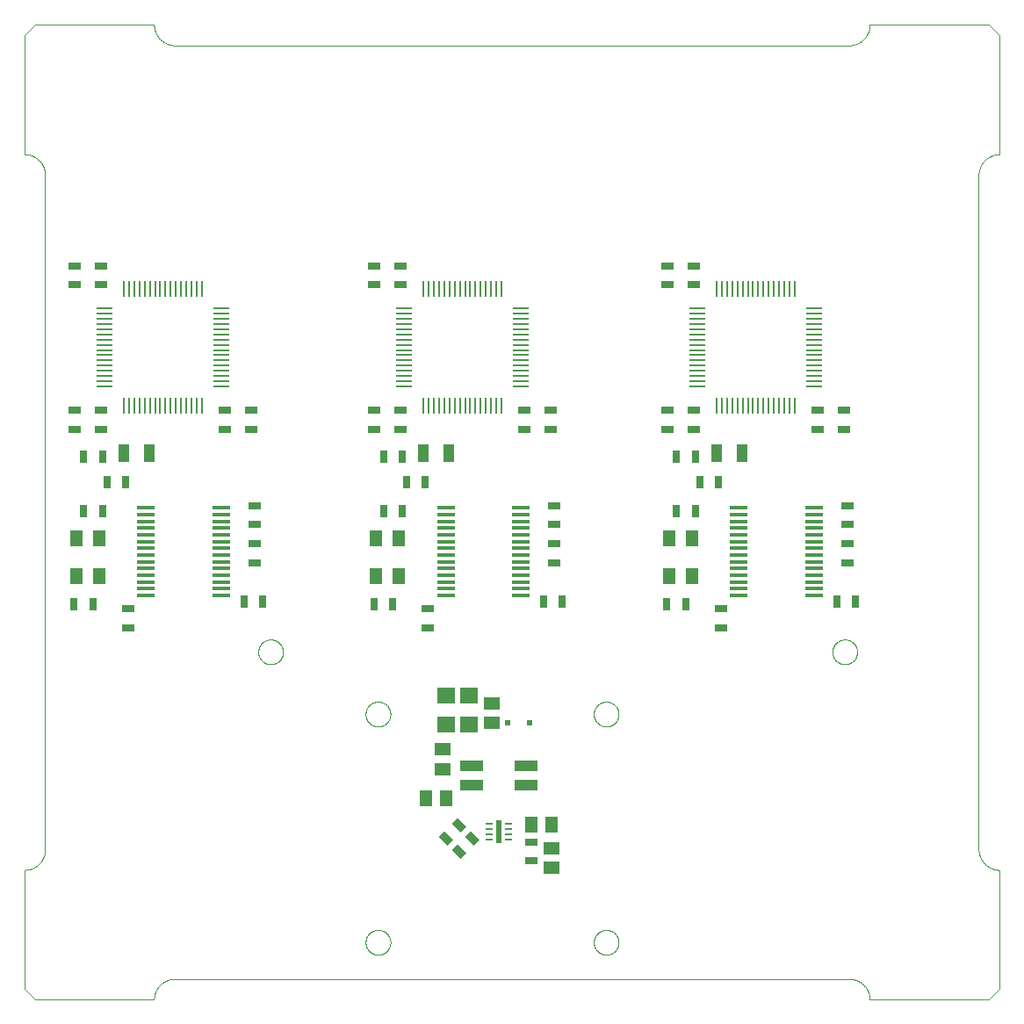
<source format=gbp>
G75*
%MOIN*%
%OFA0B0*%
%FSLAX25Y25*%
%IPPOS*%
%LPD*%
%AMOC8*
5,1,8,0,0,1.08239X$1,22.5*
%
%ADD10C,0.00000*%
%ADD11R,0.06102X0.00984*%
%ADD12R,0.00984X0.06102*%
%ADD13R,0.06890X0.01575*%
%ADD14R,0.03937X0.07087*%
%ADD15R,0.04724X0.03150*%
%ADD16R,0.03150X0.04724*%
%ADD17R,0.04921X0.06299*%
%ADD18R,0.00984X0.03937*%
%ADD19R,0.03937X0.00984*%
%ADD20R,0.02402X0.08661*%
%ADD21R,0.02756X0.00984*%
%ADD22R,0.05118X0.05906*%
%ADD23R,0.05906X0.05118*%
%ADD24R,0.01969X0.01969*%
%ADD25R,0.08661X0.03937*%
%ADD26R,0.07087X0.06299*%
D10*
X0087864Y0091801D02*
X0091801Y0087864D01*
X0137077Y0087864D01*
X0137079Y0088054D01*
X0137086Y0088244D01*
X0137098Y0088434D01*
X0137114Y0088624D01*
X0137134Y0088813D01*
X0137160Y0089002D01*
X0137189Y0089190D01*
X0137224Y0089377D01*
X0137263Y0089563D01*
X0137306Y0089748D01*
X0137354Y0089933D01*
X0137406Y0090116D01*
X0137462Y0090297D01*
X0137523Y0090477D01*
X0137589Y0090656D01*
X0137658Y0090833D01*
X0137732Y0091009D01*
X0137810Y0091182D01*
X0137893Y0091354D01*
X0137979Y0091523D01*
X0138069Y0091691D01*
X0138164Y0091856D01*
X0138262Y0092019D01*
X0138365Y0092179D01*
X0138471Y0092337D01*
X0138581Y0092492D01*
X0138694Y0092645D01*
X0138812Y0092795D01*
X0138933Y0092941D01*
X0139057Y0093085D01*
X0139185Y0093226D01*
X0139316Y0093364D01*
X0139451Y0093499D01*
X0139589Y0093630D01*
X0139730Y0093758D01*
X0139874Y0093882D01*
X0140020Y0094003D01*
X0140170Y0094121D01*
X0140323Y0094234D01*
X0140478Y0094344D01*
X0140636Y0094450D01*
X0140796Y0094553D01*
X0140959Y0094651D01*
X0141124Y0094746D01*
X0141292Y0094836D01*
X0141461Y0094922D01*
X0141633Y0095005D01*
X0141806Y0095083D01*
X0141982Y0095157D01*
X0142159Y0095226D01*
X0142338Y0095292D01*
X0142518Y0095353D01*
X0142699Y0095409D01*
X0142882Y0095461D01*
X0143067Y0095509D01*
X0143252Y0095552D01*
X0143438Y0095591D01*
X0143625Y0095626D01*
X0143813Y0095655D01*
X0144002Y0095681D01*
X0144191Y0095701D01*
X0144381Y0095717D01*
X0144571Y0095729D01*
X0144761Y0095736D01*
X0144951Y0095738D01*
X0400856Y0095738D01*
X0401046Y0095736D01*
X0401236Y0095729D01*
X0401426Y0095717D01*
X0401616Y0095701D01*
X0401805Y0095681D01*
X0401994Y0095655D01*
X0402182Y0095626D01*
X0402369Y0095591D01*
X0402555Y0095552D01*
X0402740Y0095509D01*
X0402925Y0095461D01*
X0403108Y0095409D01*
X0403289Y0095353D01*
X0403469Y0095292D01*
X0403648Y0095226D01*
X0403825Y0095157D01*
X0404001Y0095083D01*
X0404174Y0095005D01*
X0404346Y0094922D01*
X0404515Y0094836D01*
X0404683Y0094746D01*
X0404848Y0094651D01*
X0405011Y0094553D01*
X0405171Y0094450D01*
X0405329Y0094344D01*
X0405484Y0094234D01*
X0405637Y0094121D01*
X0405787Y0094003D01*
X0405933Y0093882D01*
X0406077Y0093758D01*
X0406218Y0093630D01*
X0406356Y0093499D01*
X0406491Y0093364D01*
X0406622Y0093226D01*
X0406750Y0093085D01*
X0406874Y0092941D01*
X0406995Y0092795D01*
X0407113Y0092645D01*
X0407226Y0092492D01*
X0407336Y0092337D01*
X0407442Y0092179D01*
X0407545Y0092019D01*
X0407643Y0091856D01*
X0407738Y0091691D01*
X0407828Y0091523D01*
X0407914Y0091354D01*
X0407997Y0091182D01*
X0408075Y0091009D01*
X0408149Y0090833D01*
X0408218Y0090656D01*
X0408284Y0090477D01*
X0408345Y0090297D01*
X0408401Y0090116D01*
X0408453Y0089933D01*
X0408501Y0089748D01*
X0408544Y0089563D01*
X0408583Y0089377D01*
X0408618Y0089190D01*
X0408647Y0089002D01*
X0408673Y0088813D01*
X0408693Y0088624D01*
X0408709Y0088434D01*
X0408721Y0088244D01*
X0408728Y0088054D01*
X0408730Y0087864D01*
X0454006Y0087864D01*
X0457943Y0091801D01*
X0457943Y0137077D01*
X0457753Y0137079D01*
X0457563Y0137086D01*
X0457373Y0137098D01*
X0457183Y0137114D01*
X0456994Y0137134D01*
X0456805Y0137160D01*
X0456617Y0137189D01*
X0456430Y0137224D01*
X0456244Y0137263D01*
X0456059Y0137306D01*
X0455874Y0137354D01*
X0455691Y0137406D01*
X0455510Y0137462D01*
X0455330Y0137523D01*
X0455151Y0137589D01*
X0454974Y0137658D01*
X0454798Y0137732D01*
X0454625Y0137810D01*
X0454453Y0137893D01*
X0454284Y0137979D01*
X0454116Y0138069D01*
X0453951Y0138164D01*
X0453788Y0138262D01*
X0453628Y0138365D01*
X0453470Y0138471D01*
X0453315Y0138581D01*
X0453162Y0138694D01*
X0453012Y0138812D01*
X0452866Y0138933D01*
X0452722Y0139057D01*
X0452581Y0139185D01*
X0452443Y0139316D01*
X0452308Y0139451D01*
X0452177Y0139589D01*
X0452049Y0139730D01*
X0451925Y0139874D01*
X0451804Y0140020D01*
X0451686Y0140170D01*
X0451573Y0140323D01*
X0451463Y0140478D01*
X0451357Y0140636D01*
X0451254Y0140796D01*
X0451156Y0140959D01*
X0451061Y0141124D01*
X0450971Y0141292D01*
X0450885Y0141461D01*
X0450802Y0141633D01*
X0450724Y0141806D01*
X0450650Y0141982D01*
X0450581Y0142159D01*
X0450515Y0142338D01*
X0450454Y0142518D01*
X0450398Y0142699D01*
X0450346Y0142882D01*
X0450298Y0143067D01*
X0450255Y0143252D01*
X0450216Y0143438D01*
X0450181Y0143625D01*
X0450152Y0143813D01*
X0450126Y0144002D01*
X0450106Y0144191D01*
X0450090Y0144381D01*
X0450078Y0144571D01*
X0450071Y0144761D01*
X0450069Y0144951D01*
X0450069Y0400856D01*
X0450071Y0401046D01*
X0450078Y0401236D01*
X0450090Y0401426D01*
X0450106Y0401616D01*
X0450126Y0401805D01*
X0450152Y0401994D01*
X0450181Y0402182D01*
X0450216Y0402369D01*
X0450255Y0402555D01*
X0450298Y0402740D01*
X0450346Y0402925D01*
X0450398Y0403108D01*
X0450454Y0403289D01*
X0450515Y0403469D01*
X0450581Y0403648D01*
X0450650Y0403825D01*
X0450724Y0404001D01*
X0450802Y0404174D01*
X0450885Y0404346D01*
X0450971Y0404515D01*
X0451061Y0404683D01*
X0451156Y0404848D01*
X0451254Y0405011D01*
X0451357Y0405171D01*
X0451463Y0405329D01*
X0451573Y0405484D01*
X0451686Y0405637D01*
X0451804Y0405787D01*
X0451925Y0405933D01*
X0452049Y0406077D01*
X0452177Y0406218D01*
X0452308Y0406356D01*
X0452443Y0406491D01*
X0452581Y0406622D01*
X0452722Y0406750D01*
X0452866Y0406874D01*
X0453012Y0406995D01*
X0453162Y0407113D01*
X0453315Y0407226D01*
X0453470Y0407336D01*
X0453628Y0407442D01*
X0453788Y0407545D01*
X0453951Y0407643D01*
X0454116Y0407738D01*
X0454284Y0407828D01*
X0454453Y0407914D01*
X0454625Y0407997D01*
X0454798Y0408075D01*
X0454974Y0408149D01*
X0455151Y0408218D01*
X0455330Y0408284D01*
X0455510Y0408345D01*
X0455691Y0408401D01*
X0455874Y0408453D01*
X0456059Y0408501D01*
X0456244Y0408544D01*
X0456430Y0408583D01*
X0456617Y0408618D01*
X0456805Y0408647D01*
X0456994Y0408673D01*
X0457183Y0408693D01*
X0457373Y0408709D01*
X0457563Y0408721D01*
X0457753Y0408728D01*
X0457943Y0408730D01*
X0457943Y0454006D01*
X0454006Y0457943D01*
X0408730Y0457943D01*
X0408728Y0457753D01*
X0408721Y0457563D01*
X0408709Y0457373D01*
X0408693Y0457183D01*
X0408673Y0456994D01*
X0408647Y0456805D01*
X0408618Y0456617D01*
X0408583Y0456430D01*
X0408544Y0456244D01*
X0408501Y0456059D01*
X0408453Y0455874D01*
X0408401Y0455691D01*
X0408345Y0455510D01*
X0408284Y0455330D01*
X0408218Y0455151D01*
X0408149Y0454974D01*
X0408075Y0454798D01*
X0407997Y0454625D01*
X0407914Y0454453D01*
X0407828Y0454284D01*
X0407738Y0454116D01*
X0407643Y0453951D01*
X0407545Y0453788D01*
X0407442Y0453628D01*
X0407336Y0453470D01*
X0407226Y0453315D01*
X0407113Y0453162D01*
X0406995Y0453012D01*
X0406874Y0452866D01*
X0406750Y0452722D01*
X0406622Y0452581D01*
X0406491Y0452443D01*
X0406356Y0452308D01*
X0406218Y0452177D01*
X0406077Y0452049D01*
X0405933Y0451925D01*
X0405787Y0451804D01*
X0405637Y0451686D01*
X0405484Y0451573D01*
X0405329Y0451463D01*
X0405171Y0451357D01*
X0405011Y0451254D01*
X0404848Y0451156D01*
X0404683Y0451061D01*
X0404515Y0450971D01*
X0404346Y0450885D01*
X0404174Y0450802D01*
X0404001Y0450724D01*
X0403825Y0450650D01*
X0403648Y0450581D01*
X0403469Y0450515D01*
X0403289Y0450454D01*
X0403108Y0450398D01*
X0402925Y0450346D01*
X0402740Y0450298D01*
X0402555Y0450255D01*
X0402369Y0450216D01*
X0402182Y0450181D01*
X0401994Y0450152D01*
X0401805Y0450126D01*
X0401616Y0450106D01*
X0401426Y0450090D01*
X0401236Y0450078D01*
X0401046Y0450071D01*
X0400856Y0450069D01*
X0144951Y0450069D01*
X0144761Y0450071D01*
X0144571Y0450078D01*
X0144381Y0450090D01*
X0144191Y0450106D01*
X0144002Y0450126D01*
X0143813Y0450152D01*
X0143625Y0450181D01*
X0143438Y0450216D01*
X0143252Y0450255D01*
X0143067Y0450298D01*
X0142882Y0450346D01*
X0142699Y0450398D01*
X0142518Y0450454D01*
X0142338Y0450515D01*
X0142159Y0450581D01*
X0141982Y0450650D01*
X0141806Y0450724D01*
X0141633Y0450802D01*
X0141461Y0450885D01*
X0141292Y0450971D01*
X0141124Y0451061D01*
X0140959Y0451156D01*
X0140796Y0451254D01*
X0140636Y0451357D01*
X0140478Y0451463D01*
X0140323Y0451573D01*
X0140170Y0451686D01*
X0140020Y0451804D01*
X0139874Y0451925D01*
X0139730Y0452049D01*
X0139589Y0452177D01*
X0139451Y0452308D01*
X0139316Y0452443D01*
X0139185Y0452581D01*
X0139057Y0452722D01*
X0138933Y0452866D01*
X0138812Y0453012D01*
X0138694Y0453162D01*
X0138581Y0453315D01*
X0138471Y0453470D01*
X0138365Y0453628D01*
X0138262Y0453788D01*
X0138164Y0453951D01*
X0138069Y0454116D01*
X0137979Y0454284D01*
X0137893Y0454453D01*
X0137810Y0454625D01*
X0137732Y0454798D01*
X0137658Y0454974D01*
X0137589Y0455151D01*
X0137523Y0455330D01*
X0137462Y0455510D01*
X0137406Y0455691D01*
X0137354Y0455874D01*
X0137306Y0456059D01*
X0137263Y0456244D01*
X0137224Y0456430D01*
X0137189Y0456617D01*
X0137160Y0456805D01*
X0137134Y0456994D01*
X0137114Y0457183D01*
X0137098Y0457373D01*
X0137086Y0457563D01*
X0137079Y0457753D01*
X0137077Y0457943D01*
X0091801Y0457943D01*
X0087864Y0454006D01*
X0087864Y0408730D01*
X0088054Y0408728D01*
X0088244Y0408721D01*
X0088434Y0408709D01*
X0088624Y0408693D01*
X0088813Y0408673D01*
X0089002Y0408647D01*
X0089190Y0408618D01*
X0089377Y0408583D01*
X0089563Y0408544D01*
X0089748Y0408501D01*
X0089933Y0408453D01*
X0090116Y0408401D01*
X0090297Y0408345D01*
X0090477Y0408284D01*
X0090656Y0408218D01*
X0090833Y0408149D01*
X0091009Y0408075D01*
X0091182Y0407997D01*
X0091354Y0407914D01*
X0091523Y0407828D01*
X0091691Y0407738D01*
X0091856Y0407643D01*
X0092019Y0407545D01*
X0092179Y0407442D01*
X0092337Y0407336D01*
X0092492Y0407226D01*
X0092645Y0407113D01*
X0092795Y0406995D01*
X0092941Y0406874D01*
X0093085Y0406750D01*
X0093226Y0406622D01*
X0093364Y0406491D01*
X0093499Y0406356D01*
X0093630Y0406218D01*
X0093758Y0406077D01*
X0093882Y0405933D01*
X0094003Y0405787D01*
X0094121Y0405637D01*
X0094234Y0405484D01*
X0094344Y0405329D01*
X0094450Y0405171D01*
X0094553Y0405011D01*
X0094651Y0404848D01*
X0094746Y0404683D01*
X0094836Y0404515D01*
X0094922Y0404346D01*
X0095005Y0404174D01*
X0095083Y0404001D01*
X0095157Y0403825D01*
X0095226Y0403648D01*
X0095292Y0403469D01*
X0095353Y0403289D01*
X0095409Y0403108D01*
X0095461Y0402925D01*
X0095509Y0402740D01*
X0095552Y0402555D01*
X0095591Y0402369D01*
X0095626Y0402182D01*
X0095655Y0401994D01*
X0095681Y0401805D01*
X0095701Y0401616D01*
X0095717Y0401426D01*
X0095729Y0401236D01*
X0095736Y0401046D01*
X0095738Y0400856D01*
X0095738Y0144951D01*
X0095736Y0144761D01*
X0095729Y0144571D01*
X0095717Y0144381D01*
X0095701Y0144191D01*
X0095681Y0144002D01*
X0095655Y0143813D01*
X0095626Y0143625D01*
X0095591Y0143438D01*
X0095552Y0143252D01*
X0095509Y0143067D01*
X0095461Y0142882D01*
X0095409Y0142699D01*
X0095353Y0142518D01*
X0095292Y0142338D01*
X0095226Y0142159D01*
X0095157Y0141982D01*
X0095083Y0141806D01*
X0095005Y0141633D01*
X0094922Y0141461D01*
X0094836Y0141292D01*
X0094746Y0141124D01*
X0094651Y0140959D01*
X0094553Y0140796D01*
X0094450Y0140636D01*
X0094344Y0140478D01*
X0094234Y0140323D01*
X0094121Y0140170D01*
X0094003Y0140020D01*
X0093882Y0139874D01*
X0093758Y0139730D01*
X0093630Y0139589D01*
X0093499Y0139451D01*
X0093364Y0139316D01*
X0093226Y0139185D01*
X0093085Y0139057D01*
X0092941Y0138933D01*
X0092795Y0138812D01*
X0092645Y0138694D01*
X0092492Y0138581D01*
X0092337Y0138471D01*
X0092179Y0138365D01*
X0092019Y0138262D01*
X0091856Y0138164D01*
X0091691Y0138069D01*
X0091523Y0137979D01*
X0091354Y0137893D01*
X0091182Y0137810D01*
X0091009Y0137732D01*
X0090833Y0137658D01*
X0090656Y0137589D01*
X0090477Y0137523D01*
X0090297Y0137462D01*
X0090116Y0137406D01*
X0089933Y0137354D01*
X0089748Y0137306D01*
X0089563Y0137263D01*
X0089377Y0137224D01*
X0089190Y0137189D01*
X0089002Y0137160D01*
X0088813Y0137134D01*
X0088624Y0137114D01*
X0088434Y0137098D01*
X0088244Y0137086D01*
X0088054Y0137079D01*
X0087864Y0137077D01*
X0087864Y0091801D01*
X0217391Y0109596D02*
X0217393Y0109733D01*
X0217399Y0109870D01*
X0217409Y0110006D01*
X0217423Y0110142D01*
X0217441Y0110278D01*
X0217462Y0110413D01*
X0217488Y0110547D01*
X0217518Y0110681D01*
X0217551Y0110814D01*
X0217589Y0110945D01*
X0217630Y0111076D01*
X0217675Y0111205D01*
X0217723Y0111333D01*
X0217776Y0111460D01*
X0217832Y0111584D01*
X0217891Y0111708D01*
X0217955Y0111829D01*
X0218021Y0111948D01*
X0218091Y0112066D01*
X0218165Y0112181D01*
X0218242Y0112295D01*
X0218322Y0112406D01*
X0218405Y0112514D01*
X0218492Y0112620D01*
X0218581Y0112724D01*
X0218674Y0112825D01*
X0218769Y0112923D01*
X0218867Y0113018D01*
X0218968Y0113111D01*
X0219072Y0113200D01*
X0219178Y0113287D01*
X0219286Y0113370D01*
X0219397Y0113450D01*
X0219511Y0113527D01*
X0219626Y0113601D01*
X0219743Y0113671D01*
X0219863Y0113737D01*
X0219984Y0113801D01*
X0220108Y0113860D01*
X0220232Y0113916D01*
X0220359Y0113969D01*
X0220487Y0114017D01*
X0220616Y0114062D01*
X0220747Y0114103D01*
X0220878Y0114141D01*
X0221011Y0114174D01*
X0221145Y0114204D01*
X0221279Y0114230D01*
X0221414Y0114251D01*
X0221550Y0114269D01*
X0221686Y0114283D01*
X0221822Y0114293D01*
X0221959Y0114299D01*
X0222096Y0114301D01*
X0222233Y0114299D01*
X0222370Y0114293D01*
X0222506Y0114283D01*
X0222642Y0114269D01*
X0222778Y0114251D01*
X0222913Y0114230D01*
X0223047Y0114204D01*
X0223181Y0114174D01*
X0223314Y0114141D01*
X0223445Y0114103D01*
X0223576Y0114062D01*
X0223705Y0114017D01*
X0223833Y0113969D01*
X0223960Y0113916D01*
X0224084Y0113860D01*
X0224208Y0113801D01*
X0224329Y0113737D01*
X0224448Y0113671D01*
X0224566Y0113601D01*
X0224681Y0113527D01*
X0224795Y0113450D01*
X0224906Y0113370D01*
X0225014Y0113287D01*
X0225120Y0113200D01*
X0225224Y0113111D01*
X0225325Y0113018D01*
X0225423Y0112923D01*
X0225518Y0112825D01*
X0225611Y0112724D01*
X0225700Y0112620D01*
X0225787Y0112514D01*
X0225870Y0112406D01*
X0225950Y0112295D01*
X0226027Y0112181D01*
X0226101Y0112066D01*
X0226171Y0111948D01*
X0226237Y0111829D01*
X0226301Y0111708D01*
X0226360Y0111584D01*
X0226416Y0111460D01*
X0226469Y0111333D01*
X0226517Y0111205D01*
X0226562Y0111076D01*
X0226603Y0110945D01*
X0226641Y0110814D01*
X0226674Y0110681D01*
X0226704Y0110547D01*
X0226730Y0110413D01*
X0226751Y0110278D01*
X0226769Y0110142D01*
X0226783Y0110006D01*
X0226793Y0109870D01*
X0226799Y0109733D01*
X0226801Y0109596D01*
X0226799Y0109459D01*
X0226793Y0109322D01*
X0226783Y0109186D01*
X0226769Y0109050D01*
X0226751Y0108914D01*
X0226730Y0108779D01*
X0226704Y0108645D01*
X0226674Y0108511D01*
X0226641Y0108378D01*
X0226603Y0108247D01*
X0226562Y0108116D01*
X0226517Y0107987D01*
X0226469Y0107859D01*
X0226416Y0107732D01*
X0226360Y0107608D01*
X0226301Y0107484D01*
X0226237Y0107363D01*
X0226171Y0107243D01*
X0226101Y0107126D01*
X0226027Y0107011D01*
X0225950Y0106897D01*
X0225870Y0106786D01*
X0225787Y0106678D01*
X0225700Y0106572D01*
X0225611Y0106468D01*
X0225518Y0106367D01*
X0225423Y0106269D01*
X0225325Y0106174D01*
X0225224Y0106081D01*
X0225120Y0105992D01*
X0225014Y0105905D01*
X0224906Y0105822D01*
X0224795Y0105742D01*
X0224681Y0105665D01*
X0224566Y0105591D01*
X0224449Y0105521D01*
X0224329Y0105455D01*
X0224208Y0105391D01*
X0224084Y0105332D01*
X0223960Y0105276D01*
X0223833Y0105223D01*
X0223705Y0105175D01*
X0223576Y0105130D01*
X0223445Y0105089D01*
X0223314Y0105051D01*
X0223181Y0105018D01*
X0223047Y0104988D01*
X0222913Y0104962D01*
X0222778Y0104941D01*
X0222642Y0104923D01*
X0222506Y0104909D01*
X0222370Y0104899D01*
X0222233Y0104893D01*
X0222096Y0104891D01*
X0221959Y0104893D01*
X0221822Y0104899D01*
X0221686Y0104909D01*
X0221550Y0104923D01*
X0221414Y0104941D01*
X0221279Y0104962D01*
X0221145Y0104988D01*
X0221011Y0105018D01*
X0220878Y0105051D01*
X0220747Y0105089D01*
X0220616Y0105130D01*
X0220487Y0105175D01*
X0220359Y0105223D01*
X0220232Y0105276D01*
X0220108Y0105332D01*
X0219984Y0105391D01*
X0219863Y0105455D01*
X0219743Y0105521D01*
X0219626Y0105591D01*
X0219511Y0105665D01*
X0219397Y0105742D01*
X0219286Y0105822D01*
X0219178Y0105905D01*
X0219072Y0105992D01*
X0218968Y0106081D01*
X0218867Y0106174D01*
X0218769Y0106269D01*
X0218674Y0106367D01*
X0218581Y0106468D01*
X0218492Y0106572D01*
X0218405Y0106678D01*
X0218322Y0106786D01*
X0218242Y0106897D01*
X0218165Y0107011D01*
X0218091Y0107126D01*
X0218021Y0107243D01*
X0217955Y0107363D01*
X0217891Y0107484D01*
X0217832Y0107608D01*
X0217776Y0107732D01*
X0217723Y0107859D01*
X0217675Y0107987D01*
X0217630Y0108116D01*
X0217589Y0108247D01*
X0217551Y0108378D01*
X0217518Y0108511D01*
X0217488Y0108645D01*
X0217462Y0108779D01*
X0217441Y0108914D01*
X0217423Y0109050D01*
X0217409Y0109186D01*
X0217399Y0109322D01*
X0217393Y0109459D01*
X0217391Y0109596D01*
X0217391Y0196211D02*
X0217393Y0196348D01*
X0217399Y0196485D01*
X0217409Y0196621D01*
X0217423Y0196757D01*
X0217441Y0196893D01*
X0217462Y0197028D01*
X0217488Y0197162D01*
X0217518Y0197296D01*
X0217551Y0197429D01*
X0217589Y0197560D01*
X0217630Y0197691D01*
X0217675Y0197820D01*
X0217723Y0197948D01*
X0217776Y0198075D01*
X0217832Y0198199D01*
X0217891Y0198323D01*
X0217955Y0198444D01*
X0218021Y0198563D01*
X0218091Y0198681D01*
X0218165Y0198796D01*
X0218242Y0198910D01*
X0218322Y0199021D01*
X0218405Y0199129D01*
X0218492Y0199235D01*
X0218581Y0199339D01*
X0218674Y0199440D01*
X0218769Y0199538D01*
X0218867Y0199633D01*
X0218968Y0199726D01*
X0219072Y0199815D01*
X0219178Y0199902D01*
X0219286Y0199985D01*
X0219397Y0200065D01*
X0219511Y0200142D01*
X0219626Y0200216D01*
X0219743Y0200286D01*
X0219863Y0200352D01*
X0219984Y0200416D01*
X0220108Y0200475D01*
X0220232Y0200531D01*
X0220359Y0200584D01*
X0220487Y0200632D01*
X0220616Y0200677D01*
X0220747Y0200718D01*
X0220878Y0200756D01*
X0221011Y0200789D01*
X0221145Y0200819D01*
X0221279Y0200845D01*
X0221414Y0200866D01*
X0221550Y0200884D01*
X0221686Y0200898D01*
X0221822Y0200908D01*
X0221959Y0200914D01*
X0222096Y0200916D01*
X0222233Y0200914D01*
X0222370Y0200908D01*
X0222506Y0200898D01*
X0222642Y0200884D01*
X0222778Y0200866D01*
X0222913Y0200845D01*
X0223047Y0200819D01*
X0223181Y0200789D01*
X0223314Y0200756D01*
X0223445Y0200718D01*
X0223576Y0200677D01*
X0223705Y0200632D01*
X0223833Y0200584D01*
X0223960Y0200531D01*
X0224084Y0200475D01*
X0224208Y0200416D01*
X0224329Y0200352D01*
X0224448Y0200286D01*
X0224566Y0200216D01*
X0224681Y0200142D01*
X0224795Y0200065D01*
X0224906Y0199985D01*
X0225014Y0199902D01*
X0225120Y0199815D01*
X0225224Y0199726D01*
X0225325Y0199633D01*
X0225423Y0199538D01*
X0225518Y0199440D01*
X0225611Y0199339D01*
X0225700Y0199235D01*
X0225787Y0199129D01*
X0225870Y0199021D01*
X0225950Y0198910D01*
X0226027Y0198796D01*
X0226101Y0198681D01*
X0226171Y0198563D01*
X0226237Y0198444D01*
X0226301Y0198323D01*
X0226360Y0198199D01*
X0226416Y0198075D01*
X0226469Y0197948D01*
X0226517Y0197820D01*
X0226562Y0197691D01*
X0226603Y0197560D01*
X0226641Y0197429D01*
X0226674Y0197296D01*
X0226704Y0197162D01*
X0226730Y0197028D01*
X0226751Y0196893D01*
X0226769Y0196757D01*
X0226783Y0196621D01*
X0226793Y0196485D01*
X0226799Y0196348D01*
X0226801Y0196211D01*
X0226799Y0196074D01*
X0226793Y0195937D01*
X0226783Y0195801D01*
X0226769Y0195665D01*
X0226751Y0195529D01*
X0226730Y0195394D01*
X0226704Y0195260D01*
X0226674Y0195126D01*
X0226641Y0194993D01*
X0226603Y0194862D01*
X0226562Y0194731D01*
X0226517Y0194602D01*
X0226469Y0194474D01*
X0226416Y0194347D01*
X0226360Y0194223D01*
X0226301Y0194099D01*
X0226237Y0193978D01*
X0226171Y0193858D01*
X0226101Y0193741D01*
X0226027Y0193626D01*
X0225950Y0193512D01*
X0225870Y0193401D01*
X0225787Y0193293D01*
X0225700Y0193187D01*
X0225611Y0193083D01*
X0225518Y0192982D01*
X0225423Y0192884D01*
X0225325Y0192789D01*
X0225224Y0192696D01*
X0225120Y0192607D01*
X0225014Y0192520D01*
X0224906Y0192437D01*
X0224795Y0192357D01*
X0224681Y0192280D01*
X0224566Y0192206D01*
X0224449Y0192136D01*
X0224329Y0192070D01*
X0224208Y0192006D01*
X0224084Y0191947D01*
X0223960Y0191891D01*
X0223833Y0191838D01*
X0223705Y0191790D01*
X0223576Y0191745D01*
X0223445Y0191704D01*
X0223314Y0191666D01*
X0223181Y0191633D01*
X0223047Y0191603D01*
X0222913Y0191577D01*
X0222778Y0191556D01*
X0222642Y0191538D01*
X0222506Y0191524D01*
X0222370Y0191514D01*
X0222233Y0191508D01*
X0222096Y0191506D01*
X0221959Y0191508D01*
X0221822Y0191514D01*
X0221686Y0191524D01*
X0221550Y0191538D01*
X0221414Y0191556D01*
X0221279Y0191577D01*
X0221145Y0191603D01*
X0221011Y0191633D01*
X0220878Y0191666D01*
X0220747Y0191704D01*
X0220616Y0191745D01*
X0220487Y0191790D01*
X0220359Y0191838D01*
X0220232Y0191891D01*
X0220108Y0191947D01*
X0219984Y0192006D01*
X0219863Y0192070D01*
X0219743Y0192136D01*
X0219626Y0192206D01*
X0219511Y0192280D01*
X0219397Y0192357D01*
X0219286Y0192437D01*
X0219178Y0192520D01*
X0219072Y0192607D01*
X0218968Y0192696D01*
X0218867Y0192789D01*
X0218769Y0192884D01*
X0218674Y0192982D01*
X0218581Y0193083D01*
X0218492Y0193187D01*
X0218405Y0193293D01*
X0218322Y0193401D01*
X0218242Y0193512D01*
X0218165Y0193626D01*
X0218091Y0193741D01*
X0218021Y0193858D01*
X0217955Y0193978D01*
X0217891Y0194099D01*
X0217832Y0194223D01*
X0217776Y0194347D01*
X0217723Y0194474D01*
X0217675Y0194602D01*
X0217630Y0194731D01*
X0217589Y0194862D01*
X0217551Y0194993D01*
X0217518Y0195126D01*
X0217488Y0195260D01*
X0217462Y0195394D01*
X0217441Y0195529D01*
X0217423Y0195665D01*
X0217409Y0195801D01*
X0217399Y0195937D01*
X0217393Y0196074D01*
X0217391Y0196211D01*
X0176643Y0219833D02*
X0176645Y0219970D01*
X0176651Y0220107D01*
X0176661Y0220243D01*
X0176675Y0220379D01*
X0176693Y0220515D01*
X0176714Y0220650D01*
X0176740Y0220784D01*
X0176770Y0220918D01*
X0176803Y0221051D01*
X0176841Y0221182D01*
X0176882Y0221313D01*
X0176927Y0221442D01*
X0176975Y0221570D01*
X0177028Y0221697D01*
X0177084Y0221821D01*
X0177143Y0221945D01*
X0177207Y0222066D01*
X0177273Y0222185D01*
X0177343Y0222303D01*
X0177417Y0222418D01*
X0177494Y0222532D01*
X0177574Y0222643D01*
X0177657Y0222751D01*
X0177744Y0222857D01*
X0177833Y0222961D01*
X0177926Y0223062D01*
X0178021Y0223160D01*
X0178119Y0223255D01*
X0178220Y0223348D01*
X0178324Y0223437D01*
X0178430Y0223524D01*
X0178538Y0223607D01*
X0178649Y0223687D01*
X0178763Y0223764D01*
X0178878Y0223838D01*
X0178995Y0223908D01*
X0179115Y0223974D01*
X0179236Y0224038D01*
X0179360Y0224097D01*
X0179484Y0224153D01*
X0179611Y0224206D01*
X0179739Y0224254D01*
X0179868Y0224299D01*
X0179999Y0224340D01*
X0180130Y0224378D01*
X0180263Y0224411D01*
X0180397Y0224441D01*
X0180531Y0224467D01*
X0180666Y0224488D01*
X0180802Y0224506D01*
X0180938Y0224520D01*
X0181074Y0224530D01*
X0181211Y0224536D01*
X0181348Y0224538D01*
X0181485Y0224536D01*
X0181622Y0224530D01*
X0181758Y0224520D01*
X0181894Y0224506D01*
X0182030Y0224488D01*
X0182165Y0224467D01*
X0182299Y0224441D01*
X0182433Y0224411D01*
X0182566Y0224378D01*
X0182697Y0224340D01*
X0182828Y0224299D01*
X0182957Y0224254D01*
X0183085Y0224206D01*
X0183212Y0224153D01*
X0183336Y0224097D01*
X0183460Y0224038D01*
X0183581Y0223974D01*
X0183700Y0223908D01*
X0183818Y0223838D01*
X0183933Y0223764D01*
X0184047Y0223687D01*
X0184158Y0223607D01*
X0184266Y0223524D01*
X0184372Y0223437D01*
X0184476Y0223348D01*
X0184577Y0223255D01*
X0184675Y0223160D01*
X0184770Y0223062D01*
X0184863Y0222961D01*
X0184952Y0222857D01*
X0185039Y0222751D01*
X0185122Y0222643D01*
X0185202Y0222532D01*
X0185279Y0222418D01*
X0185353Y0222303D01*
X0185423Y0222185D01*
X0185489Y0222066D01*
X0185553Y0221945D01*
X0185612Y0221821D01*
X0185668Y0221697D01*
X0185721Y0221570D01*
X0185769Y0221442D01*
X0185814Y0221313D01*
X0185855Y0221182D01*
X0185893Y0221051D01*
X0185926Y0220918D01*
X0185956Y0220784D01*
X0185982Y0220650D01*
X0186003Y0220515D01*
X0186021Y0220379D01*
X0186035Y0220243D01*
X0186045Y0220107D01*
X0186051Y0219970D01*
X0186053Y0219833D01*
X0186051Y0219696D01*
X0186045Y0219559D01*
X0186035Y0219423D01*
X0186021Y0219287D01*
X0186003Y0219151D01*
X0185982Y0219016D01*
X0185956Y0218882D01*
X0185926Y0218748D01*
X0185893Y0218615D01*
X0185855Y0218484D01*
X0185814Y0218353D01*
X0185769Y0218224D01*
X0185721Y0218096D01*
X0185668Y0217969D01*
X0185612Y0217845D01*
X0185553Y0217721D01*
X0185489Y0217600D01*
X0185423Y0217480D01*
X0185353Y0217363D01*
X0185279Y0217248D01*
X0185202Y0217134D01*
X0185122Y0217023D01*
X0185039Y0216915D01*
X0184952Y0216809D01*
X0184863Y0216705D01*
X0184770Y0216604D01*
X0184675Y0216506D01*
X0184577Y0216411D01*
X0184476Y0216318D01*
X0184372Y0216229D01*
X0184266Y0216142D01*
X0184158Y0216059D01*
X0184047Y0215979D01*
X0183933Y0215902D01*
X0183818Y0215828D01*
X0183701Y0215758D01*
X0183581Y0215692D01*
X0183460Y0215628D01*
X0183336Y0215569D01*
X0183212Y0215513D01*
X0183085Y0215460D01*
X0182957Y0215412D01*
X0182828Y0215367D01*
X0182697Y0215326D01*
X0182566Y0215288D01*
X0182433Y0215255D01*
X0182299Y0215225D01*
X0182165Y0215199D01*
X0182030Y0215178D01*
X0181894Y0215160D01*
X0181758Y0215146D01*
X0181622Y0215136D01*
X0181485Y0215130D01*
X0181348Y0215128D01*
X0181211Y0215130D01*
X0181074Y0215136D01*
X0180938Y0215146D01*
X0180802Y0215160D01*
X0180666Y0215178D01*
X0180531Y0215199D01*
X0180397Y0215225D01*
X0180263Y0215255D01*
X0180130Y0215288D01*
X0179999Y0215326D01*
X0179868Y0215367D01*
X0179739Y0215412D01*
X0179611Y0215460D01*
X0179484Y0215513D01*
X0179360Y0215569D01*
X0179236Y0215628D01*
X0179115Y0215692D01*
X0178995Y0215758D01*
X0178878Y0215828D01*
X0178763Y0215902D01*
X0178649Y0215979D01*
X0178538Y0216059D01*
X0178430Y0216142D01*
X0178324Y0216229D01*
X0178220Y0216318D01*
X0178119Y0216411D01*
X0178021Y0216506D01*
X0177926Y0216604D01*
X0177833Y0216705D01*
X0177744Y0216809D01*
X0177657Y0216915D01*
X0177574Y0217023D01*
X0177494Y0217134D01*
X0177417Y0217248D01*
X0177343Y0217363D01*
X0177273Y0217480D01*
X0177207Y0217600D01*
X0177143Y0217721D01*
X0177084Y0217845D01*
X0177028Y0217969D01*
X0176975Y0218096D01*
X0176927Y0218224D01*
X0176882Y0218353D01*
X0176841Y0218484D01*
X0176803Y0218615D01*
X0176770Y0218748D01*
X0176740Y0218882D01*
X0176714Y0219016D01*
X0176693Y0219151D01*
X0176675Y0219287D01*
X0176661Y0219423D01*
X0176651Y0219559D01*
X0176645Y0219696D01*
X0176643Y0219833D01*
X0304006Y0196211D02*
X0304008Y0196348D01*
X0304014Y0196485D01*
X0304024Y0196621D01*
X0304038Y0196757D01*
X0304056Y0196893D01*
X0304077Y0197028D01*
X0304103Y0197162D01*
X0304133Y0197296D01*
X0304166Y0197429D01*
X0304204Y0197560D01*
X0304245Y0197691D01*
X0304290Y0197820D01*
X0304338Y0197948D01*
X0304391Y0198075D01*
X0304447Y0198199D01*
X0304506Y0198323D01*
X0304570Y0198444D01*
X0304636Y0198563D01*
X0304706Y0198681D01*
X0304780Y0198796D01*
X0304857Y0198910D01*
X0304937Y0199021D01*
X0305020Y0199129D01*
X0305107Y0199235D01*
X0305196Y0199339D01*
X0305289Y0199440D01*
X0305384Y0199538D01*
X0305482Y0199633D01*
X0305583Y0199726D01*
X0305687Y0199815D01*
X0305793Y0199902D01*
X0305901Y0199985D01*
X0306012Y0200065D01*
X0306126Y0200142D01*
X0306241Y0200216D01*
X0306358Y0200286D01*
X0306478Y0200352D01*
X0306599Y0200416D01*
X0306723Y0200475D01*
X0306847Y0200531D01*
X0306974Y0200584D01*
X0307102Y0200632D01*
X0307231Y0200677D01*
X0307362Y0200718D01*
X0307493Y0200756D01*
X0307626Y0200789D01*
X0307760Y0200819D01*
X0307894Y0200845D01*
X0308029Y0200866D01*
X0308165Y0200884D01*
X0308301Y0200898D01*
X0308437Y0200908D01*
X0308574Y0200914D01*
X0308711Y0200916D01*
X0308848Y0200914D01*
X0308985Y0200908D01*
X0309121Y0200898D01*
X0309257Y0200884D01*
X0309393Y0200866D01*
X0309528Y0200845D01*
X0309662Y0200819D01*
X0309796Y0200789D01*
X0309929Y0200756D01*
X0310060Y0200718D01*
X0310191Y0200677D01*
X0310320Y0200632D01*
X0310448Y0200584D01*
X0310575Y0200531D01*
X0310699Y0200475D01*
X0310823Y0200416D01*
X0310944Y0200352D01*
X0311063Y0200286D01*
X0311181Y0200216D01*
X0311296Y0200142D01*
X0311410Y0200065D01*
X0311521Y0199985D01*
X0311629Y0199902D01*
X0311735Y0199815D01*
X0311839Y0199726D01*
X0311940Y0199633D01*
X0312038Y0199538D01*
X0312133Y0199440D01*
X0312226Y0199339D01*
X0312315Y0199235D01*
X0312402Y0199129D01*
X0312485Y0199021D01*
X0312565Y0198910D01*
X0312642Y0198796D01*
X0312716Y0198681D01*
X0312786Y0198563D01*
X0312852Y0198444D01*
X0312916Y0198323D01*
X0312975Y0198199D01*
X0313031Y0198075D01*
X0313084Y0197948D01*
X0313132Y0197820D01*
X0313177Y0197691D01*
X0313218Y0197560D01*
X0313256Y0197429D01*
X0313289Y0197296D01*
X0313319Y0197162D01*
X0313345Y0197028D01*
X0313366Y0196893D01*
X0313384Y0196757D01*
X0313398Y0196621D01*
X0313408Y0196485D01*
X0313414Y0196348D01*
X0313416Y0196211D01*
X0313414Y0196074D01*
X0313408Y0195937D01*
X0313398Y0195801D01*
X0313384Y0195665D01*
X0313366Y0195529D01*
X0313345Y0195394D01*
X0313319Y0195260D01*
X0313289Y0195126D01*
X0313256Y0194993D01*
X0313218Y0194862D01*
X0313177Y0194731D01*
X0313132Y0194602D01*
X0313084Y0194474D01*
X0313031Y0194347D01*
X0312975Y0194223D01*
X0312916Y0194099D01*
X0312852Y0193978D01*
X0312786Y0193858D01*
X0312716Y0193741D01*
X0312642Y0193626D01*
X0312565Y0193512D01*
X0312485Y0193401D01*
X0312402Y0193293D01*
X0312315Y0193187D01*
X0312226Y0193083D01*
X0312133Y0192982D01*
X0312038Y0192884D01*
X0311940Y0192789D01*
X0311839Y0192696D01*
X0311735Y0192607D01*
X0311629Y0192520D01*
X0311521Y0192437D01*
X0311410Y0192357D01*
X0311296Y0192280D01*
X0311181Y0192206D01*
X0311064Y0192136D01*
X0310944Y0192070D01*
X0310823Y0192006D01*
X0310699Y0191947D01*
X0310575Y0191891D01*
X0310448Y0191838D01*
X0310320Y0191790D01*
X0310191Y0191745D01*
X0310060Y0191704D01*
X0309929Y0191666D01*
X0309796Y0191633D01*
X0309662Y0191603D01*
X0309528Y0191577D01*
X0309393Y0191556D01*
X0309257Y0191538D01*
X0309121Y0191524D01*
X0308985Y0191514D01*
X0308848Y0191508D01*
X0308711Y0191506D01*
X0308574Y0191508D01*
X0308437Y0191514D01*
X0308301Y0191524D01*
X0308165Y0191538D01*
X0308029Y0191556D01*
X0307894Y0191577D01*
X0307760Y0191603D01*
X0307626Y0191633D01*
X0307493Y0191666D01*
X0307362Y0191704D01*
X0307231Y0191745D01*
X0307102Y0191790D01*
X0306974Y0191838D01*
X0306847Y0191891D01*
X0306723Y0191947D01*
X0306599Y0192006D01*
X0306478Y0192070D01*
X0306358Y0192136D01*
X0306241Y0192206D01*
X0306126Y0192280D01*
X0306012Y0192357D01*
X0305901Y0192437D01*
X0305793Y0192520D01*
X0305687Y0192607D01*
X0305583Y0192696D01*
X0305482Y0192789D01*
X0305384Y0192884D01*
X0305289Y0192982D01*
X0305196Y0193083D01*
X0305107Y0193187D01*
X0305020Y0193293D01*
X0304937Y0193401D01*
X0304857Y0193512D01*
X0304780Y0193626D01*
X0304706Y0193741D01*
X0304636Y0193858D01*
X0304570Y0193978D01*
X0304506Y0194099D01*
X0304447Y0194223D01*
X0304391Y0194347D01*
X0304338Y0194474D01*
X0304290Y0194602D01*
X0304245Y0194731D01*
X0304204Y0194862D01*
X0304166Y0194993D01*
X0304133Y0195126D01*
X0304103Y0195260D01*
X0304077Y0195394D01*
X0304056Y0195529D01*
X0304038Y0195665D01*
X0304024Y0195801D01*
X0304014Y0195937D01*
X0304008Y0196074D01*
X0304006Y0196211D01*
X0304006Y0109596D02*
X0304008Y0109733D01*
X0304014Y0109870D01*
X0304024Y0110006D01*
X0304038Y0110142D01*
X0304056Y0110278D01*
X0304077Y0110413D01*
X0304103Y0110547D01*
X0304133Y0110681D01*
X0304166Y0110814D01*
X0304204Y0110945D01*
X0304245Y0111076D01*
X0304290Y0111205D01*
X0304338Y0111333D01*
X0304391Y0111460D01*
X0304447Y0111584D01*
X0304506Y0111708D01*
X0304570Y0111829D01*
X0304636Y0111948D01*
X0304706Y0112066D01*
X0304780Y0112181D01*
X0304857Y0112295D01*
X0304937Y0112406D01*
X0305020Y0112514D01*
X0305107Y0112620D01*
X0305196Y0112724D01*
X0305289Y0112825D01*
X0305384Y0112923D01*
X0305482Y0113018D01*
X0305583Y0113111D01*
X0305687Y0113200D01*
X0305793Y0113287D01*
X0305901Y0113370D01*
X0306012Y0113450D01*
X0306126Y0113527D01*
X0306241Y0113601D01*
X0306358Y0113671D01*
X0306478Y0113737D01*
X0306599Y0113801D01*
X0306723Y0113860D01*
X0306847Y0113916D01*
X0306974Y0113969D01*
X0307102Y0114017D01*
X0307231Y0114062D01*
X0307362Y0114103D01*
X0307493Y0114141D01*
X0307626Y0114174D01*
X0307760Y0114204D01*
X0307894Y0114230D01*
X0308029Y0114251D01*
X0308165Y0114269D01*
X0308301Y0114283D01*
X0308437Y0114293D01*
X0308574Y0114299D01*
X0308711Y0114301D01*
X0308848Y0114299D01*
X0308985Y0114293D01*
X0309121Y0114283D01*
X0309257Y0114269D01*
X0309393Y0114251D01*
X0309528Y0114230D01*
X0309662Y0114204D01*
X0309796Y0114174D01*
X0309929Y0114141D01*
X0310060Y0114103D01*
X0310191Y0114062D01*
X0310320Y0114017D01*
X0310448Y0113969D01*
X0310575Y0113916D01*
X0310699Y0113860D01*
X0310823Y0113801D01*
X0310944Y0113737D01*
X0311063Y0113671D01*
X0311181Y0113601D01*
X0311296Y0113527D01*
X0311410Y0113450D01*
X0311521Y0113370D01*
X0311629Y0113287D01*
X0311735Y0113200D01*
X0311839Y0113111D01*
X0311940Y0113018D01*
X0312038Y0112923D01*
X0312133Y0112825D01*
X0312226Y0112724D01*
X0312315Y0112620D01*
X0312402Y0112514D01*
X0312485Y0112406D01*
X0312565Y0112295D01*
X0312642Y0112181D01*
X0312716Y0112066D01*
X0312786Y0111948D01*
X0312852Y0111829D01*
X0312916Y0111708D01*
X0312975Y0111584D01*
X0313031Y0111460D01*
X0313084Y0111333D01*
X0313132Y0111205D01*
X0313177Y0111076D01*
X0313218Y0110945D01*
X0313256Y0110814D01*
X0313289Y0110681D01*
X0313319Y0110547D01*
X0313345Y0110413D01*
X0313366Y0110278D01*
X0313384Y0110142D01*
X0313398Y0110006D01*
X0313408Y0109870D01*
X0313414Y0109733D01*
X0313416Y0109596D01*
X0313414Y0109459D01*
X0313408Y0109322D01*
X0313398Y0109186D01*
X0313384Y0109050D01*
X0313366Y0108914D01*
X0313345Y0108779D01*
X0313319Y0108645D01*
X0313289Y0108511D01*
X0313256Y0108378D01*
X0313218Y0108247D01*
X0313177Y0108116D01*
X0313132Y0107987D01*
X0313084Y0107859D01*
X0313031Y0107732D01*
X0312975Y0107608D01*
X0312916Y0107484D01*
X0312852Y0107363D01*
X0312786Y0107243D01*
X0312716Y0107126D01*
X0312642Y0107011D01*
X0312565Y0106897D01*
X0312485Y0106786D01*
X0312402Y0106678D01*
X0312315Y0106572D01*
X0312226Y0106468D01*
X0312133Y0106367D01*
X0312038Y0106269D01*
X0311940Y0106174D01*
X0311839Y0106081D01*
X0311735Y0105992D01*
X0311629Y0105905D01*
X0311521Y0105822D01*
X0311410Y0105742D01*
X0311296Y0105665D01*
X0311181Y0105591D01*
X0311064Y0105521D01*
X0310944Y0105455D01*
X0310823Y0105391D01*
X0310699Y0105332D01*
X0310575Y0105276D01*
X0310448Y0105223D01*
X0310320Y0105175D01*
X0310191Y0105130D01*
X0310060Y0105089D01*
X0309929Y0105051D01*
X0309796Y0105018D01*
X0309662Y0104988D01*
X0309528Y0104962D01*
X0309393Y0104941D01*
X0309257Y0104923D01*
X0309121Y0104909D01*
X0308985Y0104899D01*
X0308848Y0104893D01*
X0308711Y0104891D01*
X0308574Y0104893D01*
X0308437Y0104899D01*
X0308301Y0104909D01*
X0308165Y0104923D01*
X0308029Y0104941D01*
X0307894Y0104962D01*
X0307760Y0104988D01*
X0307626Y0105018D01*
X0307493Y0105051D01*
X0307362Y0105089D01*
X0307231Y0105130D01*
X0307102Y0105175D01*
X0306974Y0105223D01*
X0306847Y0105276D01*
X0306723Y0105332D01*
X0306599Y0105391D01*
X0306478Y0105455D01*
X0306358Y0105521D01*
X0306241Y0105591D01*
X0306126Y0105665D01*
X0306012Y0105742D01*
X0305901Y0105822D01*
X0305793Y0105905D01*
X0305687Y0105992D01*
X0305583Y0106081D01*
X0305482Y0106174D01*
X0305384Y0106269D01*
X0305289Y0106367D01*
X0305196Y0106468D01*
X0305107Y0106572D01*
X0305020Y0106678D01*
X0304937Y0106786D01*
X0304857Y0106897D01*
X0304780Y0107011D01*
X0304706Y0107126D01*
X0304636Y0107243D01*
X0304570Y0107363D01*
X0304506Y0107484D01*
X0304447Y0107608D01*
X0304391Y0107732D01*
X0304338Y0107859D01*
X0304290Y0107987D01*
X0304245Y0108116D01*
X0304204Y0108247D01*
X0304166Y0108378D01*
X0304133Y0108511D01*
X0304103Y0108645D01*
X0304077Y0108779D01*
X0304056Y0108914D01*
X0304038Y0109050D01*
X0304024Y0109186D01*
X0304014Y0109322D01*
X0304008Y0109459D01*
X0304006Y0109596D01*
X0394557Y0219833D02*
X0394559Y0219970D01*
X0394565Y0220107D01*
X0394575Y0220243D01*
X0394589Y0220379D01*
X0394607Y0220515D01*
X0394628Y0220650D01*
X0394654Y0220784D01*
X0394684Y0220918D01*
X0394717Y0221051D01*
X0394755Y0221182D01*
X0394796Y0221313D01*
X0394841Y0221442D01*
X0394889Y0221570D01*
X0394942Y0221697D01*
X0394998Y0221821D01*
X0395057Y0221945D01*
X0395121Y0222066D01*
X0395187Y0222185D01*
X0395257Y0222303D01*
X0395331Y0222418D01*
X0395408Y0222532D01*
X0395488Y0222643D01*
X0395571Y0222751D01*
X0395658Y0222857D01*
X0395747Y0222961D01*
X0395840Y0223062D01*
X0395935Y0223160D01*
X0396033Y0223255D01*
X0396134Y0223348D01*
X0396238Y0223437D01*
X0396344Y0223524D01*
X0396452Y0223607D01*
X0396563Y0223687D01*
X0396677Y0223764D01*
X0396792Y0223838D01*
X0396909Y0223908D01*
X0397029Y0223974D01*
X0397150Y0224038D01*
X0397274Y0224097D01*
X0397398Y0224153D01*
X0397525Y0224206D01*
X0397653Y0224254D01*
X0397782Y0224299D01*
X0397913Y0224340D01*
X0398044Y0224378D01*
X0398177Y0224411D01*
X0398311Y0224441D01*
X0398445Y0224467D01*
X0398580Y0224488D01*
X0398716Y0224506D01*
X0398852Y0224520D01*
X0398988Y0224530D01*
X0399125Y0224536D01*
X0399262Y0224538D01*
X0399399Y0224536D01*
X0399536Y0224530D01*
X0399672Y0224520D01*
X0399808Y0224506D01*
X0399944Y0224488D01*
X0400079Y0224467D01*
X0400213Y0224441D01*
X0400347Y0224411D01*
X0400480Y0224378D01*
X0400611Y0224340D01*
X0400742Y0224299D01*
X0400871Y0224254D01*
X0400999Y0224206D01*
X0401126Y0224153D01*
X0401250Y0224097D01*
X0401374Y0224038D01*
X0401495Y0223974D01*
X0401614Y0223908D01*
X0401732Y0223838D01*
X0401847Y0223764D01*
X0401961Y0223687D01*
X0402072Y0223607D01*
X0402180Y0223524D01*
X0402286Y0223437D01*
X0402390Y0223348D01*
X0402491Y0223255D01*
X0402589Y0223160D01*
X0402684Y0223062D01*
X0402777Y0222961D01*
X0402866Y0222857D01*
X0402953Y0222751D01*
X0403036Y0222643D01*
X0403116Y0222532D01*
X0403193Y0222418D01*
X0403267Y0222303D01*
X0403337Y0222185D01*
X0403403Y0222066D01*
X0403467Y0221945D01*
X0403526Y0221821D01*
X0403582Y0221697D01*
X0403635Y0221570D01*
X0403683Y0221442D01*
X0403728Y0221313D01*
X0403769Y0221182D01*
X0403807Y0221051D01*
X0403840Y0220918D01*
X0403870Y0220784D01*
X0403896Y0220650D01*
X0403917Y0220515D01*
X0403935Y0220379D01*
X0403949Y0220243D01*
X0403959Y0220107D01*
X0403965Y0219970D01*
X0403967Y0219833D01*
X0403965Y0219696D01*
X0403959Y0219559D01*
X0403949Y0219423D01*
X0403935Y0219287D01*
X0403917Y0219151D01*
X0403896Y0219016D01*
X0403870Y0218882D01*
X0403840Y0218748D01*
X0403807Y0218615D01*
X0403769Y0218484D01*
X0403728Y0218353D01*
X0403683Y0218224D01*
X0403635Y0218096D01*
X0403582Y0217969D01*
X0403526Y0217845D01*
X0403467Y0217721D01*
X0403403Y0217600D01*
X0403337Y0217480D01*
X0403267Y0217363D01*
X0403193Y0217248D01*
X0403116Y0217134D01*
X0403036Y0217023D01*
X0402953Y0216915D01*
X0402866Y0216809D01*
X0402777Y0216705D01*
X0402684Y0216604D01*
X0402589Y0216506D01*
X0402491Y0216411D01*
X0402390Y0216318D01*
X0402286Y0216229D01*
X0402180Y0216142D01*
X0402072Y0216059D01*
X0401961Y0215979D01*
X0401847Y0215902D01*
X0401732Y0215828D01*
X0401615Y0215758D01*
X0401495Y0215692D01*
X0401374Y0215628D01*
X0401250Y0215569D01*
X0401126Y0215513D01*
X0400999Y0215460D01*
X0400871Y0215412D01*
X0400742Y0215367D01*
X0400611Y0215326D01*
X0400480Y0215288D01*
X0400347Y0215255D01*
X0400213Y0215225D01*
X0400079Y0215199D01*
X0399944Y0215178D01*
X0399808Y0215160D01*
X0399672Y0215146D01*
X0399536Y0215136D01*
X0399399Y0215130D01*
X0399262Y0215128D01*
X0399125Y0215130D01*
X0398988Y0215136D01*
X0398852Y0215146D01*
X0398716Y0215160D01*
X0398580Y0215178D01*
X0398445Y0215199D01*
X0398311Y0215225D01*
X0398177Y0215255D01*
X0398044Y0215288D01*
X0397913Y0215326D01*
X0397782Y0215367D01*
X0397653Y0215412D01*
X0397525Y0215460D01*
X0397398Y0215513D01*
X0397274Y0215569D01*
X0397150Y0215628D01*
X0397029Y0215692D01*
X0396909Y0215758D01*
X0396792Y0215828D01*
X0396677Y0215902D01*
X0396563Y0215979D01*
X0396452Y0216059D01*
X0396344Y0216142D01*
X0396238Y0216229D01*
X0396134Y0216318D01*
X0396033Y0216411D01*
X0395935Y0216506D01*
X0395840Y0216604D01*
X0395747Y0216705D01*
X0395658Y0216809D01*
X0395571Y0216915D01*
X0395488Y0217023D01*
X0395408Y0217134D01*
X0395331Y0217248D01*
X0395257Y0217363D01*
X0395187Y0217480D01*
X0395121Y0217600D01*
X0395057Y0217721D01*
X0394998Y0217845D01*
X0394942Y0217969D01*
X0394889Y0218096D01*
X0394841Y0218224D01*
X0394796Y0218353D01*
X0394755Y0218484D01*
X0394717Y0218615D01*
X0394684Y0218748D01*
X0394654Y0218882D01*
X0394628Y0219016D01*
X0394607Y0219151D01*
X0394589Y0219287D01*
X0394575Y0219423D01*
X0394565Y0219559D01*
X0394559Y0219696D01*
X0394557Y0219833D01*
D11*
X0387451Y0320640D03*
X0387451Y0322608D03*
X0387451Y0324577D03*
X0387451Y0326545D03*
X0387451Y0328514D03*
X0387451Y0330482D03*
X0387451Y0332451D03*
X0387451Y0334419D03*
X0387451Y0336388D03*
X0387451Y0338356D03*
X0387451Y0340325D03*
X0387451Y0342293D03*
X0387451Y0344262D03*
X0387451Y0346230D03*
X0387451Y0348199D03*
X0387451Y0350167D03*
X0343356Y0350167D03*
X0343356Y0348199D03*
X0343356Y0346230D03*
X0343356Y0344262D03*
X0343356Y0342293D03*
X0343356Y0340325D03*
X0343356Y0338356D03*
X0343356Y0336388D03*
X0343356Y0334419D03*
X0343356Y0332451D03*
X0343356Y0330482D03*
X0343356Y0328514D03*
X0343356Y0326545D03*
X0343356Y0324577D03*
X0343356Y0322608D03*
X0343356Y0320640D03*
X0276201Y0320640D03*
X0276201Y0322608D03*
X0276201Y0324577D03*
X0276201Y0326545D03*
X0276201Y0328514D03*
X0276201Y0330482D03*
X0276201Y0332451D03*
X0276201Y0334419D03*
X0276201Y0336388D03*
X0276201Y0338356D03*
X0276201Y0340325D03*
X0276201Y0342293D03*
X0276201Y0344262D03*
X0276201Y0346230D03*
X0276201Y0348199D03*
X0276201Y0350167D03*
X0232106Y0350167D03*
X0232106Y0348199D03*
X0232106Y0346230D03*
X0232106Y0344262D03*
X0232106Y0342293D03*
X0232106Y0340325D03*
X0232106Y0338356D03*
X0232106Y0336388D03*
X0232106Y0334419D03*
X0232106Y0332451D03*
X0232106Y0330482D03*
X0232106Y0328514D03*
X0232106Y0326545D03*
X0232106Y0324577D03*
X0232106Y0322608D03*
X0232106Y0320640D03*
X0162451Y0320640D03*
X0162451Y0322608D03*
X0162451Y0324577D03*
X0162451Y0326545D03*
X0162451Y0328514D03*
X0162451Y0330482D03*
X0162451Y0332451D03*
X0162451Y0334419D03*
X0162451Y0336388D03*
X0162451Y0338356D03*
X0162451Y0340325D03*
X0162451Y0342293D03*
X0162451Y0344262D03*
X0162451Y0346230D03*
X0162451Y0348199D03*
X0162451Y0350167D03*
X0118356Y0350167D03*
X0118356Y0348199D03*
X0118356Y0346230D03*
X0118356Y0344262D03*
X0118356Y0342293D03*
X0118356Y0340325D03*
X0118356Y0338356D03*
X0118356Y0336388D03*
X0118356Y0334419D03*
X0118356Y0332451D03*
X0118356Y0330482D03*
X0118356Y0328514D03*
X0118356Y0326545D03*
X0118356Y0324577D03*
X0118356Y0322608D03*
X0118356Y0320640D03*
D12*
X0125640Y0313356D03*
X0127608Y0313356D03*
X0129577Y0313356D03*
X0131545Y0313356D03*
X0133514Y0313356D03*
X0135482Y0313356D03*
X0137451Y0313356D03*
X0139419Y0313356D03*
X0141388Y0313356D03*
X0143356Y0313356D03*
X0145325Y0313356D03*
X0147293Y0313356D03*
X0149262Y0313356D03*
X0151230Y0313356D03*
X0153199Y0313356D03*
X0155167Y0313356D03*
X0155167Y0357451D03*
X0153199Y0357451D03*
X0151230Y0357451D03*
X0149262Y0357451D03*
X0147293Y0357451D03*
X0145325Y0357451D03*
X0143356Y0357451D03*
X0141388Y0357451D03*
X0139419Y0357451D03*
X0137451Y0357451D03*
X0135482Y0357451D03*
X0133514Y0357451D03*
X0131545Y0357451D03*
X0129577Y0357451D03*
X0127608Y0357451D03*
X0125640Y0357451D03*
X0239390Y0357451D03*
X0241358Y0357451D03*
X0243327Y0357451D03*
X0245295Y0357451D03*
X0247264Y0357451D03*
X0249232Y0357451D03*
X0251201Y0357451D03*
X0253169Y0357451D03*
X0255138Y0357451D03*
X0257106Y0357451D03*
X0259075Y0357451D03*
X0261043Y0357451D03*
X0263012Y0357451D03*
X0264980Y0357451D03*
X0266949Y0357451D03*
X0268917Y0357451D03*
X0268917Y0313356D03*
X0266949Y0313356D03*
X0264980Y0313356D03*
X0263012Y0313356D03*
X0261043Y0313356D03*
X0259075Y0313356D03*
X0257106Y0313356D03*
X0255138Y0313356D03*
X0253169Y0313356D03*
X0251201Y0313356D03*
X0249232Y0313356D03*
X0247264Y0313356D03*
X0245295Y0313356D03*
X0243327Y0313356D03*
X0241358Y0313356D03*
X0239390Y0313356D03*
X0350640Y0313356D03*
X0352608Y0313356D03*
X0354577Y0313356D03*
X0356545Y0313356D03*
X0358514Y0313356D03*
X0360482Y0313356D03*
X0362451Y0313356D03*
X0364419Y0313356D03*
X0366388Y0313356D03*
X0368356Y0313356D03*
X0370325Y0313356D03*
X0372293Y0313356D03*
X0374262Y0313356D03*
X0376230Y0313356D03*
X0378199Y0313356D03*
X0380167Y0313356D03*
X0380167Y0357451D03*
X0378199Y0357451D03*
X0376230Y0357451D03*
X0374262Y0357451D03*
X0372293Y0357451D03*
X0370325Y0357451D03*
X0368356Y0357451D03*
X0366388Y0357451D03*
X0364419Y0357451D03*
X0362451Y0357451D03*
X0360482Y0357451D03*
X0358514Y0357451D03*
X0356545Y0357451D03*
X0354577Y0357451D03*
X0352608Y0357451D03*
X0350640Y0357451D03*
D13*
X0359104Y0274537D03*
X0359104Y0271978D03*
X0359104Y0269419D03*
X0359104Y0266860D03*
X0359104Y0264301D03*
X0359104Y0261742D03*
X0359104Y0259183D03*
X0359104Y0256624D03*
X0359104Y0254065D03*
X0359104Y0251506D03*
X0359104Y0248947D03*
X0359104Y0246388D03*
X0359104Y0243829D03*
X0359104Y0241270D03*
X0387451Y0241270D03*
X0387451Y0243829D03*
X0387451Y0246388D03*
X0387451Y0248947D03*
X0387451Y0251506D03*
X0387451Y0254065D03*
X0387451Y0256624D03*
X0387451Y0259183D03*
X0387451Y0261742D03*
X0387451Y0264301D03*
X0387451Y0266860D03*
X0387451Y0269419D03*
X0387451Y0271978D03*
X0387451Y0274537D03*
X0276201Y0274537D03*
X0276201Y0271978D03*
X0276201Y0269419D03*
X0276201Y0266860D03*
X0276201Y0264301D03*
X0276201Y0261742D03*
X0276201Y0259183D03*
X0276201Y0256624D03*
X0276201Y0254065D03*
X0276201Y0251506D03*
X0276201Y0248947D03*
X0276201Y0246388D03*
X0276201Y0243829D03*
X0276201Y0241270D03*
X0247854Y0241270D03*
X0247854Y0243829D03*
X0247854Y0246388D03*
X0247854Y0248947D03*
X0247854Y0251506D03*
X0247854Y0254065D03*
X0247854Y0256624D03*
X0247854Y0259183D03*
X0247854Y0261742D03*
X0247854Y0264301D03*
X0247854Y0266860D03*
X0247854Y0269419D03*
X0247854Y0271978D03*
X0247854Y0274537D03*
X0162451Y0274537D03*
X0162451Y0271978D03*
X0162451Y0269419D03*
X0162451Y0266860D03*
X0162451Y0264301D03*
X0162451Y0261742D03*
X0162451Y0259183D03*
X0162451Y0256624D03*
X0162451Y0254065D03*
X0162451Y0251506D03*
X0162451Y0248947D03*
X0162451Y0246388D03*
X0162451Y0243829D03*
X0162451Y0241270D03*
X0134104Y0241270D03*
X0134104Y0243829D03*
X0134104Y0246388D03*
X0134104Y0248947D03*
X0134104Y0251506D03*
X0134104Y0254065D03*
X0134104Y0256624D03*
X0134104Y0259183D03*
X0134104Y0261742D03*
X0134104Y0264301D03*
X0134104Y0266860D03*
X0134104Y0269419D03*
X0134104Y0271978D03*
X0134104Y0274537D03*
D14*
X0135325Y0295404D03*
X0125482Y0295404D03*
X0239232Y0295404D03*
X0249075Y0295404D03*
X0350482Y0295404D03*
X0360325Y0295404D03*
D15*
X0341781Y0304380D03*
X0341781Y0311467D03*
X0331939Y0311467D03*
X0331939Y0304380D03*
X0287618Y0304380D03*
X0287618Y0311467D03*
X0277776Y0311467D03*
X0277776Y0304380D03*
X0289094Y0275384D03*
X0289094Y0268297D03*
X0289094Y0260778D03*
X0289094Y0253691D03*
X0240866Y0236171D03*
X0240866Y0229085D03*
X0175344Y0253691D03*
X0175344Y0260778D03*
X0175344Y0268297D03*
X0175344Y0275384D03*
X0173868Y0304380D03*
X0164026Y0304380D03*
X0164026Y0311467D03*
X0173868Y0311467D03*
X0220689Y0311467D03*
X0220689Y0304380D03*
X0230531Y0304380D03*
X0230531Y0311467D03*
X0230531Y0359341D03*
X0230531Y0366427D03*
X0220689Y0366427D03*
X0220689Y0359341D03*
X0116781Y0359341D03*
X0116781Y0366427D03*
X0106939Y0366427D03*
X0106939Y0359341D03*
X0106939Y0311467D03*
X0106939Y0304380D03*
X0116781Y0304380D03*
X0116781Y0311467D03*
X0127116Y0236171D03*
X0127116Y0229085D03*
X0280404Y0147697D03*
X0280404Y0140610D03*
X0352116Y0229085D03*
X0352116Y0236171D03*
X0400344Y0253691D03*
X0400344Y0260778D03*
X0400344Y0268297D03*
X0400344Y0275384D03*
X0398868Y0304380D03*
X0398868Y0311467D03*
X0389026Y0311467D03*
X0389026Y0304380D03*
X0341781Y0359341D03*
X0341781Y0366427D03*
X0331939Y0366427D03*
X0331939Y0359341D03*
D16*
X0335364Y0294065D03*
X0342451Y0294065D03*
X0344222Y0284222D03*
X0351309Y0284222D03*
X0342451Y0273396D03*
X0335364Y0273396D03*
X0338848Y0237963D03*
X0331762Y0237963D03*
X0292067Y0238947D03*
X0284980Y0238947D03*
X0240059Y0284222D03*
X0232972Y0284222D03*
X0231201Y0294065D03*
X0224114Y0294065D03*
X0224114Y0273396D03*
X0231201Y0273396D03*
X0227598Y0237963D03*
X0220512Y0237963D03*
X0178317Y0238947D03*
X0171230Y0238947D03*
X0126309Y0284222D03*
X0119222Y0284222D03*
X0117451Y0294065D03*
X0110364Y0294065D03*
X0110364Y0273396D03*
X0117451Y0273396D03*
X0113848Y0237963D03*
X0106762Y0237963D03*
G36*
X0245115Y0149704D02*
X0247342Y0151931D01*
X0250681Y0148592D01*
X0248454Y0146365D01*
X0245115Y0149704D01*
G37*
G36*
X0250126Y0154715D02*
X0252353Y0156942D01*
X0255692Y0153603D01*
X0253465Y0151376D01*
X0250126Y0154715D01*
G37*
G36*
X0260692Y0148603D02*
X0258465Y0146376D01*
X0255126Y0149715D01*
X0257353Y0151942D01*
X0260692Y0148603D01*
G37*
G36*
X0255681Y0143592D02*
X0253454Y0141365D01*
X0250115Y0144704D01*
X0252342Y0146931D01*
X0255681Y0143592D01*
G37*
X0396230Y0238947D03*
X0403317Y0238947D03*
D17*
X0341270Y0248474D03*
X0332608Y0248474D03*
X0332608Y0263041D03*
X0341270Y0263041D03*
X0230020Y0263041D03*
X0221358Y0263041D03*
X0221358Y0248474D03*
X0230020Y0248474D03*
X0116270Y0248474D03*
X0107608Y0248474D03*
X0107608Y0263041D03*
X0116270Y0263041D03*
D18*
X0170522Y0238947D03*
X0284272Y0238947D03*
X0395522Y0238947D03*
D19*
X0400344Y0261093D03*
X0352116Y0236486D03*
X0289094Y0261093D03*
X0240866Y0236486D03*
X0175344Y0261093D03*
X0127116Y0236486D03*
X0107008Y0312159D03*
X0106808Y0358878D03*
X0173873Y0312237D03*
X0220758Y0312159D03*
X0220558Y0358878D03*
X0287623Y0312237D03*
X0332008Y0312159D03*
X0331808Y0358878D03*
X0398873Y0312237D03*
D20*
X0267904Y0151654D03*
D21*
X0271545Y0152638D03*
X0271545Y0154606D03*
X0271545Y0150669D03*
X0271545Y0148701D03*
X0264262Y0148701D03*
X0264262Y0150669D03*
X0264262Y0152638D03*
X0264262Y0154606D03*
D22*
X0280413Y0154154D03*
X0287894Y0154154D03*
X0247894Y0164154D03*
X0240413Y0164154D03*
D23*
X0246654Y0175413D03*
X0246654Y0182894D03*
X0265404Y0192913D03*
X0265404Y0200394D03*
X0287904Y0145394D03*
X0287904Y0137913D03*
D24*
X0279537Y0192904D03*
X0271270Y0192904D03*
D25*
X0278337Y0176447D03*
X0278337Y0169360D03*
X0257470Y0169360D03*
X0257470Y0176447D03*
D26*
X0256654Y0192392D03*
X0247904Y0192392D03*
X0247904Y0203415D03*
X0256654Y0203415D03*
M02*

</source>
